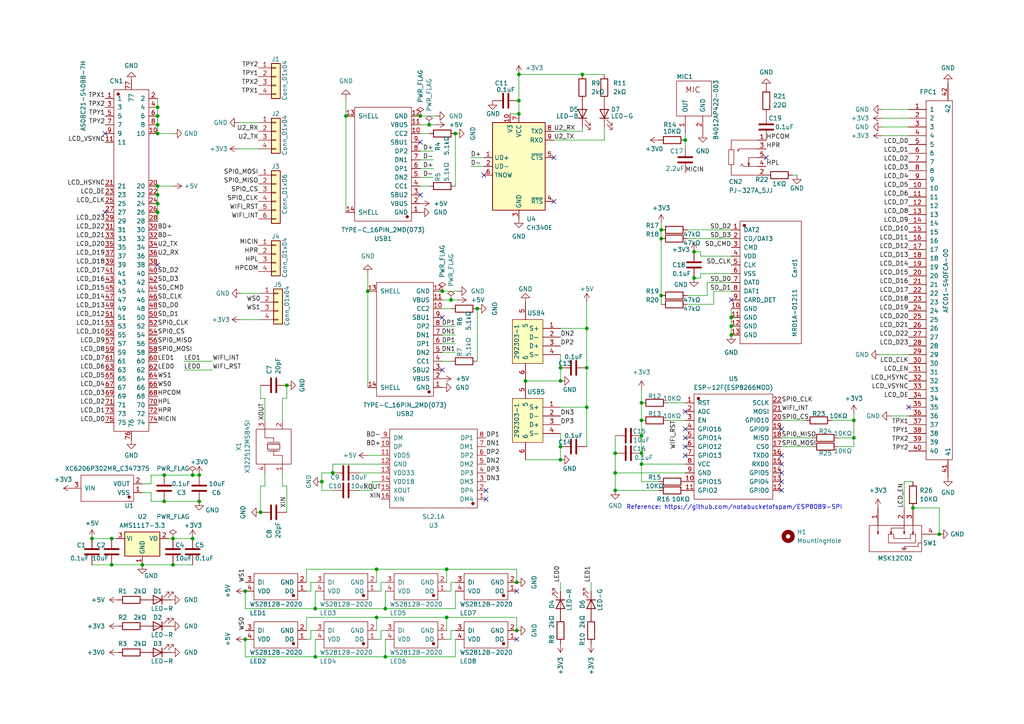
<source format=kicad_sch>
(kicad_sch (version 20230121) (generator eeschema)
  (paper "A4")
  (junction (at 178.435 131.445))
  (junction (at 91.44 190.5))
  (junction (at 109.22 165.1))
  (junction (at 32.385 156.21))
  (junction (at 45.72 33.655))
  (junction (at 96.52 137.16))
  (junction (at 212.09 94.615))
  (junction (at 121.92 33.655))
  (junction (at 130.81 86.995))
  (junction (at 178.435 137.16))
  (junction (at 41.275 163.83))
  (junction (at 111.76 176.53))
  (junction (at 50.165 163.83))
  (junction (at 162.56 129.54))
  (junction (at 100.33 33.655))
  (junction (at 247.65 121.92))
  (junction (at 55.88 156.21))
  (junction (at 212.09 92.075))
  (junction (at 83.185 111.76))
  (junction (at 57.785 145.415))
  (junction (at 128.27 84.455))
  (junction (at 168.91 21.59))
  (junction (at 57.785 137.795))
  (junction (at 201.295 73.025))
  (junction (at 150.495 29.21))
  (junction (at 32.385 163.83))
  (junction (at 55.88 137.795))
  (junction (at 111.76 190.5))
  (junction (at 170.18 95.25))
  (junction (at 149.86 168.91))
  (junction (at 186.055 134.62))
  (junction (at 162.56 110.49))
  (junction (at 91.44 176.53))
  (junction (at 75.565 148.59))
  (junction (at 191.77 66.675))
  (junction (at 186.055 121.92))
  (junction (at 129.54 165.1))
  (junction (at 45.72 56.515))
  (junction (at 212.09 97.155))
  (junction (at 26.67 156.21))
  (junction (at 178.435 142.24))
  (junction (at 247.65 127))
  (junction (at 45.72 61.595))
  (junction (at 132.08 38.735))
  (junction (at 45.72 31.115))
  (junction (at 45.72 59.055))
  (junction (at 106.68 84.455))
  (junction (at 162.56 106.68))
  (junction (at 198.755 40.64))
  (junction (at 272.415 154.94))
  (junction (at 170.18 106.68))
  (junction (at 45.72 53.975))
  (junction (at 264.795 147.32))
  (junction (at 50.165 156.21))
  (junction (at 150.495 33.02))
  (junction (at 150.495 21.59))
  (junction (at 124.46 36.195))
  (junction (at 186.055 126.365))
  (junction (at 47.625 145.415))
  (junction (at 162.56 133.35))
  (junction (at 45.72 38.735))
  (junction (at 191.77 69.215))
  (junction (at 109.22 179.07))
  (junction (at 138.43 89.535))
  (junction (at 170.18 118.11))
  (junction (at 149.86 182.88))
  (junction (at 186.055 116.84))
  (junction (at 71.12 185.42))
  (junction (at 71.12 171.45))
  (junction (at 47.625 137.795))
  (junction (at 129.54 179.07))
  (junction (at 201.295 80.645))
  (junction (at 93.345 139.7))
  (junction (at 186.055 131.445))
  (junction (at 152.4 110.49))
  (junction (at 45.72 36.195))
  (junction (at 191.77 85.725))
  (no_connect (at 226.695 142.24))
  (no_connect (at 140.97 142.24))
  (no_connect (at 30.48 38.735))
  (no_connect (at 121.92 56.515))
  (no_connect (at 226.695 132.08))
  (no_connect (at 212.09 86.995))
  (no_connect (at 226.695 137.16))
  (no_connect (at 263.525 118.11))
  (no_connect (at 149.86 171.45))
  (no_connect (at 198.755 129.54))
  (no_connect (at 160.655 45.72))
  (no_connect (at 121.92 41.275))
  (no_connect (at 226.695 134.62))
  (no_connect (at 198.755 132.08))
  (no_connect (at 149.86 185.42))
  (no_connect (at 222.25 45.72))
  (no_connect (at 140.97 144.78))
  (no_connect (at 226.695 124.46))
  (no_connect (at 128.27 107.315))
  (no_connect (at 140.335 50.8))
  (no_connect (at 226.695 139.7))
  (no_connect (at 198.755 119.38))
  (no_connect (at 198.755 127))
  (no_connect (at 128.27 92.075))
  (no_connect (at 198.755 124.46))
  (no_connect (at 160.655 58.42))
  (no_connect (at 30.48 61.595))
  (no_connect (at 45.72 76.835))
  (wire (pts (xy 129.54 185.42) (xy 130.81 185.42)))
  (wire (pts (xy 199.39 66.675) (xy 212.09 66.675)))
  (wire (pts (xy 132.08 99.695) (xy 128.27 99.695)))
  (wire (pts (xy 111.76 176.53) (xy 111.76 171.45)))
  (wire (pts (xy 124.46 36.195) (xy 121.92 36.195)))
  (wire (pts (xy 43.815 137.795) (xy 47.625 137.795)))
  (wire (pts (xy 130.81 171.45) (xy 130.81 168.91)))
  (wire (pts (xy 45.72 33.655) (xy 45.72 31.115)))
  (wire (pts (xy 53.34 107.315) (xy 61.595 107.315)))
  (wire (pts (xy 162.56 168.91) (xy 162.56 171.45)))
  (wire (pts (xy 226.695 129.54) (xy 235.585 129.54)))
  (wire (pts (xy 130.81 168.91) (xy 132.08 168.91)))
  (wire (pts (xy 191.77 64.77) (xy 191.77 66.675)))
  (wire (pts (xy 76.835 140.97) (xy 75.565 140.97)))
  (wire (pts (xy 136.525 48.26) (xy 140.335 48.26)))
  (wire (pts (xy 45.72 36.195) (xy 45.72 33.655)))
  (wire (pts (xy 45.72 31.115) (xy 45.72 28.575)))
  (wire (pts (xy 71.12 190.5) (xy 91.44 190.5)))
  (wire (pts (xy 91.44 176.53) (xy 91.44 171.45)))
  (wire (pts (xy 129.54 179.07) (xy 129.54 182.88)))
  (wire (pts (xy 170.18 118.11) (xy 170.18 129.54)))
  (wire (pts (xy 81.915 115.57) (xy 83.185 115.57)))
  (wire (pts (xy 147.955 33.02) (xy 150.495 33.02)))
  (wire (pts (xy 162.56 106.68) (xy 162.56 110.49)))
  (wire (pts (xy 138.43 104.775) (xy 138.43 89.535)))
  (wire (pts (xy 149.86 182.88) (xy 149.86 179.07)))
  (wire (pts (xy 129.54 165.1) (xy 129.54 168.91)))
  (wire (pts (xy 130.81 182.88) (xy 132.08 182.88)))
  (wire (pts (xy 83.185 115.57) (xy 83.185 111.76)))
  (wire (pts (xy 207.01 88.265) (xy 199.39 88.265)))
  (wire (pts (xy 186.055 131.445) (xy 186.055 126.365)))
  (wire (pts (xy 150.495 21.59) (xy 150.495 29.21)))
  (wire (pts (xy 76.835 137.16) (xy 76.835 140.97)))
  (wire (pts (xy 212.09 79.375) (xy 203.2 79.375)))
  (wire (pts (xy 45.72 38.735) (xy 45.72 36.195)))
  (wire (pts (xy 71.12 171.45) (xy 71.12 176.53)))
  (wire (pts (xy 91.44 176.53) (xy 111.76 176.53)))
  (wire (pts (xy 198.755 134.62) (xy 186.055 134.62)))
  (wire (pts (xy 186.055 139.7) (xy 186.055 134.62)))
  (wire (pts (xy 47.625 145.415) (xy 57.785 145.415)))
  (wire (pts (xy 43.815 145.415) (xy 47.625 145.415)))
  (wire (pts (xy 121.92 38.735) (xy 124.46 38.735)))
  (wire (pts (xy 207.01 84.455) (xy 207.01 88.265)))
  (wire (pts (xy 130.81 86.995) (xy 128.27 86.995)))
  (wire (pts (xy 191.77 69.215) (xy 191.77 85.725)))
  (wire (pts (xy 205.105 85.725) (xy 205.105 81.915)))
  (wire (pts (xy 255.905 36.83) (xy 263.525 36.83)))
  (wire (pts (xy 191.135 139.7) (xy 186.055 139.7)))
  (wire (pts (xy 88.9 179.07) (xy 88.9 182.88)))
  (wire (pts (xy 199.39 85.725) (xy 205.105 85.725)))
  (wire (pts (xy 262.255 139.7) (xy 264.795 139.7)))
  (wire (pts (xy 106.68 112.395) (xy 106.68 84.455)))
  (wire (pts (xy 272.415 154.94) (xy 272.415 147.32)))
  (wire (pts (xy 90.17 168.91) (xy 91.44 168.91)))
  (wire (pts (xy 125.73 48.895) (xy 121.92 48.895)))
  (wire (pts (xy 199.39 69.215) (xy 212.09 69.215)))
  (wire (pts (xy 50.165 38.735) (xy 45.72 38.735)))
  (wire (pts (xy 45.72 61.595) (xy 45.72 59.055)))
  (wire (pts (xy 125.73 43.815) (xy 121.92 43.815)))
  (wire (pts (xy 198.755 40.64) (xy 198.755 42.545)))
  (wire (pts (xy 203.2 73.025) (xy 201.295 73.025)))
  (wire (pts (xy 69.85 92.71) (xy 75.565 92.71)))
  (wire (pts (xy 41.275 163.83) (xy 50.165 163.83)))
  (wire (pts (xy 69.85 85.09) (xy 75.565 85.09)))
  (wire (pts (xy 107.95 142.24) (xy 104.14 142.24)))
  (wire (pts (xy 186.055 113.03) (xy 186.055 116.84)))
  (wire (pts (xy 178.435 142.24) (xy 178.435 137.16)))
  (wire (pts (xy 212.09 94.615) (xy 212.09 97.155)))
  (wire (pts (xy 121.92 53.975) (xy 124.46 53.975)))
  (wire (pts (xy 91.44 190.5) (xy 111.76 190.5)))
  (wire (pts (xy 100.33 33.655) (xy 100.33 28.575)))
  (wire (pts (xy 110.49 134.62) (xy 96.52 134.62)))
  (wire (pts (xy 132.08 190.5) (xy 132.08 185.42)))
  (wire (pts (xy 186.055 126.365) (xy 186.055 121.92)))
  (wire (pts (xy 110.49 185.42) (xy 110.49 182.88)))
  (wire (pts (xy 247.65 127) (xy 247.65 129.54)))
  (wire (pts (xy 203.2 79.375) (xy 203.2 80.645)))
  (wire (pts (xy 106.68 84.455) (xy 106.68 79.375)))
  (wire (pts (xy 41.275 142.875) (xy 43.815 142.875)))
  (wire (pts (xy 243.205 127) (xy 247.65 127)))
  (wire (pts (xy 96.52 137.16) (xy 93.345 137.16)))
  (wire (pts (xy 205.105 81.915) (xy 212.09 81.915)))
  (wire (pts (xy 191.135 142.24) (xy 178.435 142.24)))
  (wire (pts (xy 81.915 121.92) (xy 81.915 115.57)))
  (wire (pts (xy 43.815 140.335) (xy 43.815 137.795)))
  (wire (pts (xy 193.675 116.84) (xy 198.755 116.84)))
  (wire (pts (xy 110.49 182.88) (xy 111.76 182.88)))
  (wire (pts (xy 132.08 102.235) (xy 128.27 102.235)))
  (wire (pts (xy 226.695 121.92) (xy 233.68 121.92)))
  (wire (pts (xy 170.18 87.63) (xy 170.18 95.25)))
  (wire (pts (xy 107.95 139.7) (xy 107.95 142.24)))
  (wire (pts (xy 26.67 163.83) (xy 32.385 163.83)))
  (wire (pts (xy 162.56 125.73) (xy 162.56 129.54)))
  (wire (pts (xy 186.055 134.62) (xy 186.055 131.445)))
  (wire (pts (xy 109.22 185.42) (xy 110.49 185.42)))
  (wire (pts (xy 255.905 31.75) (xy 263.525 31.75)))
  (wire (pts (xy 125.73 51.435) (xy 121.92 51.435)))
  (wire (pts (xy 109.22 165.1) (xy 109.22 168.91)))
  (wire (pts (xy 255.905 34.29) (xy 263.525 34.29)))
  (wire (pts (xy 109.22 165.1) (xy 88.9 165.1)))
  (wire (pts (xy 162.56 129.54) (xy 162.56 133.35)))
  (wire (pts (xy 198.755 38.735) (xy 198.755 40.64)))
  (wire (pts (xy 71.12 176.53) (xy 91.44 176.53)))
  (wire (pts (xy 160.655 38.1) (xy 168.91 38.1)))
  (wire (pts (xy 81.915 140.97) (xy 81.915 137.16)))
  (wire (pts (xy 203.2 80.645) (xy 201.295 80.645)))
  (wire (pts (xy 149.86 168.91) (xy 149.86 165.1)))
  (wire (pts (xy 45.72 59.055) (xy 45.72 56.515)))
  (wire (pts (xy 132.08 176.53) (xy 132.08 171.45)))
  (wire (pts (xy 90.17 182.88) (xy 91.44 182.88)))
  (wire (pts (xy 212.09 89.535) (xy 212.09 92.075)))
  (wire (pts (xy 76.835 121.92) (xy 76.835 115.57)))
  (wire (pts (xy 76.835 115.57) (xy 75.565 115.57)))
  (wire (pts (xy 109.22 179.07) (xy 88.9 179.07)))
  (wire (pts (xy 191.77 85.725) (xy 191.77 88.265)))
  (wire (pts (xy 47.625 137.795) (xy 55.88 137.795)))
  (wire (pts (xy 247.65 129.54) (xy 243.205 129.54)))
  (wire (pts (xy 162.56 110.49) (xy 152.4 110.49)))
  (wire (pts (xy 90.17 185.42) (xy 90.17 182.88)))
  (wire (pts (xy 41.275 140.335) (xy 43.815 140.335)))
  (wire (pts (xy 111.76 190.5) (xy 132.08 190.5)))
  (wire (pts (xy 32.385 163.83) (xy 41.275 163.83)))
  (wire (pts (xy 136.525 45.72) (xy 140.335 45.72)))
  (wire (pts (xy 110.49 139.7) (xy 107.95 139.7)))
  (wire (pts (xy 170.18 106.68) (xy 170.18 95.25)))
  (wire (pts (xy 96.52 137.16) (xy 96.52 134.62)))
  (wire (pts (xy 110.49 171.45) (xy 110.49 168.91)))
  (wire (pts (xy 255.27 102.87) (xy 263.525 102.87)))
  (wire (pts (xy 178.435 131.445) (xy 178.435 126.365)))
  (wire (pts (xy 247.65 121.92) (xy 247.65 127)))
  (wire (pts (xy 203.2 74.295) (xy 203.2 73.025)))
  (wire (pts (xy 170.18 118.11) (xy 170.18 106.68)))
  (wire (pts (xy 126.365 36.195) (xy 124.46 36.195)))
  (wire (pts (xy 132.08 97.155) (xy 128.27 97.155)))
  (wire (pts (xy 53.34 104.775) (xy 61.595 104.775)))
  (wire (pts (xy 96.52 142.24) (xy 93.345 142.24)))
  (wire (pts (xy 50.165 156.21) (xy 55.88 156.21)))
  (wire (pts (xy 130.81 185.42) (xy 130.81 182.88)))
  (wire (pts (xy 262.255 147.32) (xy 262.255 139.7)))
  (wire (pts (xy 128.27 104.775) (xy 130.81 104.775)))
  (wire (pts (xy 162.56 102.87) (xy 162.56 106.68)))
  (wire (pts (xy 128.27 89.535) (xy 130.81 89.535)))
  (wire (pts (xy 93.345 142.24) (xy 93.345 139.7)))
  (wire (pts (xy 32.385 156.21) (xy 33.655 156.21)))
  (wire (pts (xy 162.56 118.11) (xy 170.18 118.11)))
  (wire (pts (xy 132.715 86.995) (xy 130.81 86.995)))
  (wire (pts (xy 55.88 137.795) (xy 57.785 137.795)))
  (wire (pts (xy 111.76 190.5) (xy 111.76 185.42)))
  (wire (pts (xy 90.17 171.45) (xy 90.17 168.91)))
  (wire (pts (xy 258.445 120.65) (xy 263.525 120.65)))
  (wire (pts (xy 110.49 132.08) (xy 106.68 132.08)))
  (wire (pts (xy 93.345 137.16) (xy 93.345 139.7)))
  (wire (pts (xy 26.67 156.21) (xy 32.385 156.21)))
  (wire (pts (xy 75.565 140.97) (xy 75.565 148.59)))
  (wire (pts (xy 50.165 163.83) (xy 55.88 163.83)))
  (wire (pts (xy 45.72 64.135) (xy 45.72 61.595)))
  (wire (pts (xy 69.215 35.56) (xy 74.93 35.56)))
  (wire (pts (xy 226.695 127) (xy 235.585 127)))
  (wire (pts (xy 129.54 179.07) (xy 109.22 179.07)))
  (wire (pts (xy 83.185 148.59) (xy 83.185 140.97)))
  (wire (pts (xy 88.9 171.45) (xy 90.17 171.45)))
  (wire (pts (xy 178.435 137.16) (xy 178.435 131.445)))
  (wire (pts (xy 162.56 133.35) (xy 152.4 133.35)))
  (wire (pts (xy 170.18 95.25) (xy 162.56 95.25)))
  (wire (pts (xy 45.72 56.515) (xy 45.72 53.975)))
  (wire (pts (xy 45.72 53.975) (xy 50.165 53.975)))
  (wire (pts (xy 71.12 185.42) (xy 71.12 190.5)))
  (wire (pts (xy 175.26 21.59) (xy 168.91 21.59)))
  (wire (pts (xy 168.91 21.59) (xy 150.495 21.59)))
  (wire (pts (xy 43.815 142.875) (xy 43.815 145.415)))
  (wire (pts (xy 241.3 121.92) (xy 247.65 121.92)))
  (wire (pts (xy 109.22 179.07) (xy 109.22 182.88)))
  (wire (pts (xy 255.905 39.37) (xy 263.525 39.37)))
  (wire (pts (xy 212.09 74.295) (xy 203.2 74.295)))
  (wire (pts (xy 168.91 38.1) (xy 168.91 36.83)))
  (wire (pts (xy 150.495 29.21) (xy 150.495 33.02)))
  (wire (pts (xy 100.33 61.595) (xy 100.33 33.655)))
  (wire (pts (xy 111.76 176.53) (xy 132.08 176.53)))
  (wire (pts (xy 186.055 116.84) (xy 186.055 121.92)))
  (wire (pts (xy 191.77 66.675) (xy 191.77 69.215)))
  (wire (pts (xy 247.65 121.92) (xy 247.65 120.015)))
  (wire (pts (xy 193.675 121.92) (xy 198.755 121.92)))
  (wire (pts (xy 126.365 33.655) (xy 121.92 33.655)))
  (wire (pts (xy 88.9 185.42) (xy 90.17 185.42)))
  (wire (pts (xy 198.755 137.16) (xy 178.435 137.16)))
  (wire (pts (xy 83.185 140.97) (xy 81.915 140.97)))
  (wire (pts (xy 175.26 40.64) (xy 175.26 36.83)))
  (wire (pts (xy 91.44 190.5) (xy 91.44 185.42)))
  (wire (pts (xy 171.45 168.91) (xy 171.45 171.45)))
  (wire (pts (xy 110.49 137.16) (xy 104.14 137.16)))
  (wire (pts (xy 129.54 171.45) (xy 130.81 171.45)))
  (wire (pts (xy 132.08 94.615) (xy 128.27 94.615)))
  (wire (pts (xy 212.09 84.455) (xy 207.01 84.455)))
  (wire (pts (xy 109.22 171.45) (xy 110.49 171.45)))
  (wire (pts (xy 69.215 43.18) (xy 74.93 43.18)))
  (wire (pts (xy 231.14 50.8) (xy 229.87 50.8)))
  (wire (pts (xy 110.49 168.91) (xy 111.76 168.91)))
  (wire (pts (xy 48.895 156.21) (xy 50.165 156.21)))
  (wire (pts (xy 132.08 53.975) (xy 132.08 38.735)))
  (wire (pts (xy 160.655 40.64) (xy 175.26 40.64)))
  (wire (pts (xy 149.86 179.07) (xy 129.54 179.07)))
  (wire (pts (xy 88.9 165.1) (xy 88.9 168.91)))
  (wire (pts (xy 129.54 165.1) (xy 109.22 165.1)))
  (wire (pts (xy 149.86 165.1) (xy 129.54 165.1)))
  (wire (pts (xy 75.565 115.57) (xy 75.565 111.76)))
  (wire (pts (xy 272.415 147.32) (xy 264.795 147.32)))
  (wire (pts (xy 125.73 46.355) (xy 121.92 46.355)))
  (wire (pts (xy 212.09 92.075) (xy 212.09 94.615)))
  (wire (pts (xy 132.715 84.455) (xy 128.27 84.455)))
  (text "Reference: https://github.com/notabucketofspam/ESP8089-SPI" (at 181.61 147.955 0) (effects (font (size 1.27 1.27)) (justify left bottom)))
  (label "LED0" (at 162.56 168.91 90))
  (label "LCD_D21" (at 263.525 95.25 180))
  (label "TPY1" (at 30.48 33.655 180))
  (label "U2_RX" (at 74.93 38.1 180))
  (label "LED1" (at 45.72 104.775 0))
  (label "WS0" (at 75.565 87.63 180))
  (label "WIFI_RST" (at 196.215 121.92 270))
  (label "LCD_D14" (at 263.525 77.47 180))
  (label "DN2" (at 140.97 134.62 0))
  (label "LCD_CLK" (at 263.525 105.41 180))
  (label "LCD_D20" (at 30.48 71.755 180))
  (label "LCD_D17" (at 263.525 85.09 180))
  (label "DP3" (at 162.56 123.19 0))
  (label "DN1" (at 140.97 129.54 0))
  (label "LCD_D23" (at 263.525 100.33 180))
  (label "TPX1" (at 74.93 27.305 180))
  (label "DP1" (at 132.08 94.615 180))
  (label "WIFI_INT" (at 226.695 119.38 0))
  (label "TPX1" (at 30.48 28.575 180))
  (label "TPY2" (at 263.525 130.81 180))
  (label "XIN" (at 83.185 147.32 90))
  (label "WIFI_RST" (at 74.93 60.96 180))
  (label "LCD_D7" (at 263.525 59.69 180))
  (label "SPI0_CLK" (at 226.695 116.84 0))
  (label "LCD_D20" (at 263.525 92.71 180))
  (label "LCD_D6" (at 30.48 107.315 180))
  (label "LCD_D14" (at 30.48 86.995 180))
  (label "LCD_D16" (at 30.48 81.915 180))
  (label "LCD_DE" (at 263.525 115.57 180))
  (label "LCD_D22" (at 263.525 97.79 180))
  (label "LCD_D17" (at 30.48 79.375 180))
  (label "LCD_D8" (at 263.525 62.23 180))
  (label "LCD_D19" (at 30.48 74.295 180))
  (label "SPI0_MISO" (at 45.72 99.695 0))
  (label "SPI0_CS" (at 226.695 121.92 0))
  (label "LED1" (at 171.45 168.91 90))
  (label "LCD_D12" (at 30.48 92.075 180))
  (label "LCD_D12" (at 263.525 72.39 180))
  (label "SPI0_CS" (at 74.93 55.88 180))
  (label "SD_CMD" (at 45.72 84.455 0))
  (label "LCD_D19" (at 263.525 90.17 180))
  (label "WS0" (at 45.72 112.395 0))
  (label "LCD_D9" (at 263.525 64.77 180))
  (label "WIFI_INT" (at 61.595 104.775 0))
  (label "SPI0_MOSI" (at 74.93 50.8 180))
  (label "U2_TX" (at 160.655 40.64 0))
  (label "LCD_D10" (at 263.525 67.31 180))
  (label "LCD_D18" (at 263.525 87.63 180))
  (label "DP2" (at 162.56 100.33 0))
  (label "D-" (at 125.73 51.435 180))
  (label "XIN" (at 110.49 144.78 180))
  (label "LED0" (at 45.72 107.315 0))
  (label "SD_CLK" (at 212.09 76.835 180))
  (label "LCD_D0" (at 30.48 122.555 180))
  (label "TPX2" (at 30.48 31.115 180))
  (label "WS1" (at 75.565 90.17 180))
  (label "SPI0_MOSI" (at 226.695 129.54 0))
  (label "TPX2" (at 263.525 128.27 180))
  (label "SD_D2" (at 212.09 66.675 180))
  (label "LCD_D3" (at 30.48 114.935 180))
  (label "LCD_D9" (at 30.48 99.695 180))
  (label "LCD_D22" (at 30.48 66.675 180))
  (label "HPR" (at 74.93 73.66 180))
  (label "LCD_DE" (at 30.48 56.515 180))
  (label "DP1" (at 140.97 127 0))
  (label "LCD_D15" (at 263.525 80.01 180))
  (label "SPI0_MISO" (at 74.93 53.34 180))
  (label "LCD_D18" (at 30.48 76.835 180))
  (label "LCD_CLK" (at 30.48 59.055 180))
  (label "LCD_HSYNC" (at 263.525 110.49 180))
  (label "U2_RX" (at 160.655 38.1 0))
  (label "DN1" (at 132.08 102.235 180))
  (label "XOUT" (at 76.835 121.92 90))
  (label "D-" (at 136.525 48.26 0))
  (label "LED0" (at 53.34 107.315 0))
  (label "HPCOM" (at 45.72 114.935 0))
  (label "SPI0_CLK" (at 45.72 94.615 0))
  (label "BD-" (at 110.49 127 180))
  (label "DN3" (at 140.97 139.7 0))
  (label "LCD_D6" (at 263.525 57.15 180))
  (label "WS0" (at 71.12 182.88 90))
  (label "LCD_D0" (at 263.525 41.91 180))
  (label "LCD_D10" (at 30.48 97.155 180))
  (label "D+" (at 125.73 48.895 180))
  (label "SD_D1" (at 212.09 84.455 180))
  (label "BD+" (at 110.49 129.54 180))
  (label "WS1" (at 71.12 168.91 90))
  (label "SD_D2" (at 45.72 79.375 0))
  (label "WIFI_RST" (at 61.595 107.315 0))
  (label "LCD_D5" (at 263.525 54.61 180))
  (label "LCD_D11" (at 30.48 94.615 180))
  (label "DN1" (at 132.08 97.155 180))
  (label "D+" (at 136.525 45.72 0))
  (label "WS1" (at 45.72 109.855 0))
  (label "LED1" (at 53.34 104.775 0))
  (label "D+" (at 125.73 43.815 180))
  (label "TPX1" (at 263.525 123.19 180))
  (label "HPL" (at 74.93 76.2 180))
  (label "DP3" (at 140.97 137.16 0))
  (label "U2_RX" (at 45.72 74.295 0))
  (label "TPY2" (at 74.93 19.685 180))
  (label "XOUT" (at 110.49 142.24 180))
  (label "LCD_EN" (at 263.525 107.95 180))
  (label "LCD_D4" (at 30.48 112.395 180))
  (label "MICIN" (at 74.93 71.12 180))
  (label "TPY1" (at 74.93 22.225 180))
  (label "LCD_EN" (at 262.255 147.32 90))
  (label "LCD_VSYNC" (at 30.48 41.275 180))
  (label "LCD_D15" (at 30.48 84.455 180))
  (label "DN2" (at 162.56 97.79 0))
  (label "WIFI_INT" (at 74.93 63.5 180))
  (label "TPX2" (at 74.93 24.765 180))
  (label "SPI0_CS" (at 45.72 97.155 0))
  (label "SD_CLK" (at 45.72 86.995 0))
  (label "LCD_D2" (at 30.48 117.475 180))
  (label "SPI0_CLK" (at 74.93 58.42 180))
  (label "SD_D3" (at 45.72 81.915 0))
  (label "LCD_D2" (at 263.525 46.99 180))
  (label "LCD_D4" (at 263.525 52.07 180))
  (label "SD_D1" (at 45.72 92.075 0))
  (label "HPL" (at 45.72 117.475 0))
  (label "LCD_D7" (at 30.48 104.775 180))
  (label "LCD_D3" (at 263.525 49.53 180))
  (label "HPR" (at 222.25 43.18 0))
  (label "LCD_VSYNC" (at 263.525 113.03 180))
  (label "BD-" (at 45.72 69.215 0))
  (label "SD_D0" (at 212.09 81.915 180))
  (label "LCD_D13" (at 263.525 74.93 180))
  (label "HPCOM" (at 222.25 40.64 0))
  (label "LCD_D1" (at 263.525 44.45 180))
  (label "LCD_HSYNC" (at 30.48 53.975 180))
  (label "DN3" (at 162.56 120.65 0))
  (label "SPI0_MOSI" (at 45.72 102.235 0))
  (label "D-" (at 125.73 46.355 180))
  (label "U2_TX" (at 45.72 71.755 0))
  (label "LCD_D21" (at 30.48 69.215 180))
  (label "MICIN" (at 45.72 122.555 0))
  (label "HPL" (at 222.25 48.26 0))
  (label "TPY1" (at 263.525 125.73 180))
  (label "LCD_D16" (at 263.525 82.55 180))
  (label "TPY2" (at 30.48 36.195 180))
  (label "LCD_D5" (at 30.48 109.855 180))
  (label "DP2" (at 140.97 132.08 0))
  (label "U2_TX" (at 74.93 40.64 180))
  (label "LCD_D8" (at 30.48 102.235 180))
  (label "HPCOM" (at 74.93 78.74 180))
  (label "SPI0_MISO" (at 226.695 127 0))
  (label "LCD_D23" (at 30.48 64.135 180))
  (label "MICIN" (at 198.755 50.165 0))
  (label "SD_D0" (at 45.72 89.535 0))
  (label "BD+" (at 45.72 66.675 0))
  (label "DP1" (at 132.08 99.695 180))
  (label "LCD_D1" (at 30.48 120.015 180))
  (label "LCD_D13" (at 30.48 89.535 180))
  (label "LCD_D11" (at 263.525 69.85 180))
  (label "HPR" (at 45.72 120.015 0))
  (label "SD_D3" (at 212.09 69.215 180))
  (label "SD_CMD" (at 212.09 71.755 180))
  (symbol (lib_id "Device:C") (at 26.67 160.02 0) (unit 1)
    (property "Reference" "C1" (at 22.225 158.115 0) (effects (justify left)))
    (property "Value" "0.1uF" (at 20.32 161.925 0) (effects (justify left)))
    (property "Footprint" "Capacitor_SMD:C_0603_1608Metric_Pad1.08x0.95mm_HandSolder" (effects hide))
  )
  (symbol (lib_id "kicad_lceda:SL2.1A") (at 125.73 135.89 180) (unit 1)
    (property "Reference" "U3" (at 125.73 152.4 0))
    (property "Value" "SL2.1A" (at 125.73 149.86 0))
    (property "Footprint" "kicad_lceda:SOP-16_L10.0-W3.9-P1.27-LS6.0-BL" (effects hide))
    (property "SuppliersPartNumber" "C192893" (effects hide))
    (property "uuid" "std:0b584390dd864e73b6888beac22117c2" (effects hide))
    (property "url" "http://www.szlcsc.com/product/details_225853.html" (effects hide))
  )
  (symbol (lib_id "power:GND") (at 50.165 38.735 90) (unit 1)
    (property "Reference" "#PWR011" (effects hide))
    (property "Value" "GND" (at 53.34 38.735 90) (effects (justify right)))
  )
  (symbol (lib_id "power:PWR_FLAG") (at 121.92 33.655 0) (unit 1)
    (property "Reference" "#FLG02" (effects hide))
    (property "Value" "PWR_FLAG" (at 121.92 29.845 90) (effects (justify left)))
  )
  (symbol (lib_id "power:+3V3") (at 255.905 34.29 90) (unit 1)
    (property "Reference" "#PWR063" (effects hide))
    (property "Value" "+3V3" (at 252.095 34.29 90) (effects (justify left)))
  )
  (symbol (lib_id "Device:R") (at 264.795 143.51 0) (unit 1)
    (property "Reference" "R26" (at 266.7 142.24 0) (effects (justify left)))
    (property "Value" "10KΩ" (at 266.7 144.78 0) (effects (justify left)))
    (property "Footprint" "Resistor_SMD:R_0603_1608Metric_Pad0.98x0.95mm_HandSolder" (effects hide))
  )
  (symbol (lib_id "kicad_lceda:WS2812B-2020") (at 100.33 170.18 180) (unit 1)
    (property "Reference" "LED3" (at 92.71 177.8 0) (effects (justify right)))
    (property "Value" "WS2812B-2020" (at 92.71 175.26 0) (effects (justify right)))
    (property "Footprint" "kicad_lceda:LED-SMD_4P-L2.0-W2.0-TL_WS2812B-2020" (effects hide))
    (property "Datasheet" "http://www.szlcsc.com/product/details_1051115.html" (effects hide))
    (property "SuppliersPartNumber" "C965555" (effects hide))
    (property "uuid" "std:371a8ce38f9c42cbb1d0f093fe8eaedf" (effects hide))
  )
  (symbol (lib_id "Connector_Generic:Conn_01x04") (at 80.645 87.63 0) (unit 1)
    (property "Reference" "J5" (at 79.375 82.55 0) (effects (justify left)))
    (property "Value" "Conn_01x04" (at 83.185 94.615 90) (effects (justify left)))
    (property "Footprint" "Connector_PinHeader_2.54mm:PinHeader_1x04_P2.54mm_Vertical" (effects hide))
  )
  (symbol (lib_id "Device:C") (at 146.685 29.21 90) (unit 1)
    (property "Reference" "C11" (at 145.415 24.13 90))
    (property "Value" "0.1uF" (at 146.685 26.035 90))
    (property "Footprint" "Capacitor_SMD:C_0603_1608Metric_Pad1.08x0.95mm_HandSolder" (effects hide))
  )
  (symbol (lib_id "power:GND") (at 75.565 148.59 270) (unit 1)
    (property "Reference" "#PWR021" (effects hide))
    (property "Value" "GND" (at 70.485 148.59 0))
  )
  (symbol (lib_id "Device:LED") (at 45.72 181.61 180) (unit 1)
    (property "Reference" "D2" (at 45.72 179.07 0))
    (property "Value" "LED-R" (at 46.99 184.15 0))
    (property "Footprint" "LED_SMD:LED_0603_1608Metric_Pad1.05x0.95mm_HandSolder" (effects hide))
  )
  (symbol (lib_id "Device:R") (at 38.1 173.99 90) (unit 1)
    (property "Reference" "R1" (at 35.56 171.45 90))
    (property "Value" "2kΩ" (at 40.64 171.45 90))
    (property "Footprint" "Resistor_SMD:R_0603_1608Metric_Pad0.98x0.95mm_HandSolder" (effects hide))
  )
  (symbol (lib_id "Device:LED") (at 162.56 175.26 270) (unit 1)
    (property "Reference" "D4" (at 160.02 175.26 0))
    (property "Value" "LED-R" (at 165.1 173.99 0))
    (property "Footprint" "LED_SMD:LED_0603_1608Metric_Pad1.05x0.95mm_HandSolder" (effects hide))
  )
  (symbol (lib_id "power:+3V3") (at 186.055 113.03 0) (mirror y) (unit 1)
    (property "Reference" "#PWR050" (effects hide))
    (property "Value" "+3V3" (at 186.055 107.95 0))
  )
  (symbol (lib_id "power:GND") (at 128.27 112.395 90) (unit 1)
    (property "Reference" "#PWR032" (effects hide))
    (property "Value" "GND" (at 132.08 112.395 90) (effects (justify right)))
  )
  (symbol (lib_id "power:+5V") (at 71.12 171.45 90) (unit 1)
    (property "Reference" "#PWR019" (effects hide))
    (property "Value" "+5V" (at 66.04 171.45 0))
  )
  (symbol (lib_id "kicad_lceda:WS2812B-2020") (at 140.97 170.18 180) (unit 1)
    (property "Reference" "LED7" (at 133.35 177.8 0) (effects (justify right)))
    (property "Value" "WS2812B-2020" (at 133.35 175.26 0) (effects (justify right)))
    (property "Footprint" "kicad_lceda:LED-SMD_4P-L2.0-W2.0-TL_WS2812B-2020" (effects hide))
    (property "Datasheet" "http://www.szlcsc.com/product/details_1051115.html" (effects hide))
    (property "SuppliersPartNumber" "C965555" (effects hide))
    (property "uuid" "std:371a8ce38f9c42cbb1d0f093fe8eaedf" (effects hide))
  )
  (symbol (lib_id "power:+3V3") (at 171.45 186.69 180) (unit 1)
    (property "Reference" "#PWR048" (effects hide))
    (property "Value" "+3V3" (at 171.45 190.5 90) (effects (justify left)))
  )
  (symbol (lib_id "power:PWR_FLAG") (at 55.88 137.795 0) (unit 1)
    (property "Reference" "#FLG01" (effects hide))
    (property "Value" "PWR_FLAG" (at 50.165 135.89 0))
  )
  (symbol (lib_id "Device:R") (at 134.62 89.535 90) (unit 1)
    (property "Reference" "R6" (at 133.35 94.615 0) (effects (justify left)))
    (property "Value" "5.1kΩ" (at 135.89 95.885 0) (effects (justify left)))
    (property "Footprint" "Resistor_SMD:R_0603_1608Metric_Pad0.98x0.95mm_HandSolder" (effects hide))
  )
  (symbol (lib_id "power:+5V") (at 132.715 86.995 270) (unit 1)
    (property "Reference" "#PWR035" (effects hide))
    (property "Value" "+5V" (at 136.525 86.995 90) (effects (justify left)))
  )
  (symbol (lib_id "kicad_lceda:AS0BC21-S40BB-7H") (at 38.1 76.835 0) (unit 1)
    (property "Reference" "CN1" (at 31.75 23.495 0) (effects (justify left)))
    (property "Value" "AS0BC21-S40BB-7H" (at 24.13 38.1 90) (effects (justify left)))
    (property "Footprint" "kicad_lceda:CONN-SMD_AS0BC21-S30BB-7H" (effects hide))
    (property "SuppliersPartNumber" "C2761526" (effects hide))
    (property "uuid" "std:db6d40eb4c2441d1a4af1dd66cdbf167" (effects hide))
    (property "url" "https://item.szlcsc.com/2885955.html" (effects hide))
  )
  (symbol (lib_id "kicad_lceda:WS2812B-2020") (at 120.65 170.18 180) (unit 1)
    (property "Reference" "LED5" (at 113.03 177.8 0) (effects (justify right)))
    (property "Value" "WS2812B-2020" (at 113.03 175.26 0) (effects (justify right)))
    (property "Footprint" "kicad_lceda:LED-SMD_4P-L2.0-W2.0-TL_WS2812B-2020" (effects hide))
    (property "Datasheet" "http://www.szlcsc.com/product/details_1051115.html" (effects hide))
    (property "SuppliersPartNumber" "C965555" (effects hide))
    (property "uuid" "std:371a8ce38f9c42cbb1d0f093fe8eaedf" (effects hide))
  )
  (symbol (lib_id "Connector_Generic:Conn_01x04") (at 80.01 73.66 0) (unit 1)
    (property "Reference" "J4" (at 78.74 68.58 0) (effects (justify left)))
    (property "Value" "Conn_01x04" (at 82.55 80.645 90) (effects (justify left)))
    (property "Footprint" "Connector_PinHeader_2.54mm:PinHeader_1x04_P2.54mm_Vertical" (effects hide))
  )
  (symbol (lib_id "Device:R") (at 194.945 139.7 90) (unit 1)
    (property "Reference" "R15" (at 189.865 138.43 90))
    (property "Value" "10KΩ" (at 189.865 140.97 90))
    (property "Footprint" "Resistor_SMD:R_0603_1608Metric_Pad0.98x0.95mm_HandSolder" (effects hide))
  )
  (symbol (lib_id "power:GND") (at 203.835 38.735 0) (unit 1)
    (property "Reference" "#PWR055" (effects hide))
    (property "Value" "GND" (at 203.835 43.815 0))
  )
  (symbol (lib_id "Device:R") (at 239.395 129.54 90) (unit 1)
    (property "Reference" "R25" (at 239.395 131.445 90))
    (property "Value" "10KΩ" (at 244.475 130.81 90))
    (property "Footprint" "Resistor_SMD:R_0603_1608Metric_Pad0.98x0.95mm_HandSolder" (effects hide))
  )
  (symbol (lib_id "power:+3V3") (at 20.955 141.605 90) (unit 1)
    (property "Reference" "#PWR01" (effects hide))
    (property "Value" "+3V3" (at 20.955 139.065 90) (effects (justify left)))
  )
  (symbol (lib_id "kicad_lceda:TYPE-C_16PIN_2MD(073)") (at 116.84 98.425 180) (unit 1)
    (property "Reference" "USB2" (at 117.475 120.015 0))
    (property "Value" "TYPE-C_16PIN_2MD(073)" (at 117.475 117.475 0))
    (property "Footprint" "kicad_lceda:USB-C-SMD_TYPE-C-6PIN-2MD-073" (effects hide))
    (property "SuppliersPartNumber" "C2765186" (effects hide))
    (property "uuid" "std:04b7d8073e854006b41709a96b7a21a9" (effects hide))
  )
  (symbol (lib_id "Device:C") (at 166.37 106.68 90) (unit 1)
    (property "Reference" "C13" (at 163.83 105.41 90))
    (property "Value" "0.1uF" (at 166.37 103.505 90))
    (property "Footprint" "Capacitor_SMD:C_0603_1608Metric_Pad1.08x0.95mm_HandSolder" (effects hide))
  )
  (symbol (lib_id "Device:R") (at 128.27 53.975 90) (unit 1)
    (property "Reference" "R5" (at 127 52.705 0) (effects (justify left)))
    (property "Value" "5.1kΩ" (at 129.54 52.705 0) (effects (justify left)))
    (property "Footprint" "Resistor_SMD:R_0603_1608Metric_Pad0.98x0.95mm_HandSolder" (effects hide))
  )
  (symbol (lib_id "power:GND") (at 274.955 24.13 180) (unit 1)
    (property "Reference" "#PWR067" (effects hide))
    (property "Value" "GND" (at 274.955 19.685 0))
  )
  (symbol (lib_id "kicad_lceda:292303-1") (at 156.21 121.92 0) (unit 1)
    (property "Reference" "USB5" (at 158.115 113.665 0) (effects (justify right)))
    (property "Value" "292303-1" (at 149.86 116.84 90) (effects (justify right)))
    (property "Footprint" "kicad_lceda:USB-A-TH_USB-302-T" (effects hide))
    (property "SuppliersPartNumber" "C86461" (effects hide))
    (property "uuid" "std:329bf95a2f3a0d8da5c42ee46c0c30c0" (effects hide))
    (property "url" "http://www.szlcsc.com/product/details_87638.html" (effects hide))
  )
  (symbol (lib_id "power:+3V3") (at 162.56 186.69 180) (unit 1)
    (property "Reference" "#PWR043" (effects hide))
    (property "Value" "+3V3" (at 162.56 190.5 90) (effects (justify left)))
  )
  (symbol (lib_id "power:GND") (at 93.345 139.7 270) (mirror x) (unit 1)
    (property "Reference" "#PWR023" (effects hide))
    (property "Value" "GND" (at 89.535 139.7 0))
  )
  (symbol (lib_id "power:+3V3") (at 191.77 64.77 0) (unit 1)
    (property "Reference" "#PWR052" (effects hide))
    (property "Value" "+3V3" (at 191.77 60.325 0))
  )
  (symbol (lib_id "power:GND") (at 255.27 102.87 270) (unit 1)
    (property "Reference" "#PWR061" (effects hide))
    (property "Value" "GND" (at 252.095 102.87 90) (effects (justify right)))
  )
  (symbol (lib_id "power:GND") (at 162.56 133.35 90) (unit 1)
    (property "Reference" "#PWR046" (effects hide))
    (property "Value" "GND" (at 163.195 135.89 90) (effects (justify right)))
  )
  (symbol (lib_id "kicad_lceda:WS2812B-2020") (at 140.97 184.15 180) (unit 1)
    (property "Reference" "LED8" (at 133.35 191.77 0) (effects (justify right)))
    (property "Value" "WS2812B-2020" (at 133.35 189.23 0) (effects (justify right)))
    (property "Footprint" "kicad_lceda:LED-SMD_4P-L2.0-W2.0-TL_WS2812B-2020" (effects hide))
    (property "Datasheet" "http://www.szlcsc.com/product/details_1051115.html" (effects hide))
    (property "SuppliersPartNumber" "C965555" (effects hide))
    (property "uuid" "std:371a8ce38f9c42cbb1d0f093fe8eaedf" (effects hide))
  )
  (symbol (lib_id "power:+3V3") (at 150.495 21.59 0) (unit 1)
    (property "Reference" "#PWR040" (effects hide))
    (property "Value" "+3V3" (at 154.94 19.685 0))
  )
  (symbol (lib_id "power:+3V3") (at 34.29 181.61 90) (unit 1)
    (property "Reference" "#PWR03" (effects hide))
    (property "Value" "+3V3" (at 30.48 181.61 90) (effects (justify left)))
  )
  (symbol (lib_id "kicad_lceda:WS2812B-2020") (at 80.01 170.18 180) (unit 1)
    (property "Reference" "LED1" (at 72.39 177.8 0) (effects (justify right)))
    (property "Value" "WS2812B-2020" (at 72.39 175.26 0) (effects (justify right)))
    (property "Footprint" "kicad_lceda:LED-SMD_4P-L2.0-W2.0-TL_WS2812B-2020" (effects hide))
    (property "Datasheet" "http://www.szlcsc.com/product/details_1051115.html" (effects hide))
    (property "SuppliersPartNumber" "C965555" (effects hide))
    (property "uuid" "std:371a8ce38f9c42cbb1d0f093fe8eaedf" (effects hide))
  )
  (symbol (lib_id "Device:C") (at 47.625 141.605 180) (unit 1)
    (property "Reference" "C3" (at 53.975 142.875 0) (effects (justify left)))
    (property "Value" "0.1uF" (at 55.245 140.335 0) (effects (justify left)))
    (property "Footprint" "Capacitor_SMD:C_0603_1608Metric_Pad1.08x0.95mm_HandSolder" (effects hide))
  )
  (symbol (lib_id "Device:R") (at 195.58 69.215 90) (unit 1)
    (property "Reference" "R18" (at 189.23 67.945 90))
    (property "Value" "47kΩ" (at 200.66 70.485 90))
    (property "Footprint" "Resistor_SMD:R_0603_1608Metric_Pad0.98x0.95mm_HandSolder" (effects hide))
  )
  (symbol (lib_id "kicad_lceda:PJ-327A_5JJ") (at 217.17 45.72 0) (unit 1)
    (property "Reference" "CN2" (at 213.36 52.705 0))
    (property "Value" "PJ-327A_5JJ" (at 217.805 55.245 0))
    (property "Footprint" "kicad_lceda:AUDIO-SMD_PJ-327A5JJ" (effects hide))
    (property "SuppliersPartNumber" "C668605" (effects hide))
    (property "uuid" "std:1274a73b7d9a4524b990c6a8d0ba537f" (effects hide))
    (property "url" "http://www.szlcsc.com/product/details_698548.html" (effects hide))
  )
  (symbol (lib_id "power:GND") (at 149.86 168.91 90) (unit 1)
    (property "Reference" "#PWR038" (effects hide))
    (property "Value" "GND" (at 154.94 168.91 0))
  )
  (symbol (lib_id "Device:LED") (at 45.72 173.99 180) (unit 1)
    (property "Reference" "D1" (at 45.72 171.45 0))
    (property "Value" "LED-R" (at 46.99 176.53 0))
    (property "Footprint" "LED_SMD:LED_0603_1608Metric_Pad1.05x0.95mm_HandSolder" (effects hide))
  )
  (symbol (lib_id "power:+5V") (at 126.365 36.195 270) (unit 1)
    (property "Reference" "#PWR030" (effects hide))
    (property "Value" "+5V" (at 130.175 36.195 90) (effects (justify left)))
  )
  (symbol (lib_id "power:GND") (at 272.415 154.94 90) (unit 1)
    (property "Reference" "#PWR066" (effects hide))
    (property "Value" "GND" (at 275.59 154.94 90) (effects (justify right)))
  )
  (symbol (lib_id "power:+5V") (at 71.12 185.42 90) (unit 1)
    (property "Reference" "#PWR020" (effects hide))
    (property "Value" "+5V" (at 66.04 185.42 0))
  )
  (symbol (lib_id "Device:C") (at 55.88 160.02 0) (unit 1)
    (property "Reference" "C5" (at 56.515 158.115 0) (effects (justify left)))
    (property "Value" "0.1uF" (at 56.515 161.925 0) (effects (justify left)))
    (property "Footprint" "Capacitor_SMD:C_0603_1608Metric_Pad1.08x0.95mm_HandSolder" (effects hide))
  )
  (symbol (lib_id "Connector_Generic:Conn_01x04") (at 80.01 38.1 0) (unit 1)
    (property "Reference" "J2" (at 78.74 33.02 0) (effects (justify left)))
    (property "Value" "Conn_01x04" (at 82.55 45.085 90) (effects (justify left)))
    (property "Footprint" "Connector_PinHeader_2.54mm:PinHeader_1x04_P2.54mm_Vertical" (effects hide))
  )
  (symbol (lib_id "Device:R") (at 162.56 182.88 180) (unit 1)
    (property "Reference" "R8" (at 160.02 185.42 90))
    (property "Value" "2kΩ" (at 160.02 180.34 90))
    (property "Footprint" "Resistor_SMD:R_0603_1608Metric_Pad0.98x0.95mm_HandSolder" (effects hide))
  )
  (symbol (lib_id "Device:C") (at 100.33 142.24 270) (unit 1)
    (property "Reference" "C10" (at 97.155 140.97 90))
    (property "Value" "10uF" (at 104.14 140.97 90))
    (property "Footprint" "Capacitor_SMD:C_0603_1608Metric_Pad1.08x0.95mm_HandSolder" (effects hide))
  )
  (symbol (lib_id "power:GND") (at 138.43 89.535 90) (unit 1)
    (property "Reference" "#PWR036" (effects hide))
    (property "Value" "GND" (at 143.51 89.535 0))
  )
  (symbol (lib_id "Device:LED") (at 168.91 33.02 90) (unit 1)
    (property "Reference" "D5" (at 165.1 31.75 90) (effects (justify right)))
    (property "Value" "LED-B" (at 161.29 33.655 90) (effects (justify right)))
    (property "Footprint" "LED_SMD:LED_0603_1608Metric_Pad1.05x0.95mm_HandSolder" (effects hide))
  )
  (symbol (lib_id "power:+3V0") (at 191.135 40.64 90) (unit 1)
    (property "Reference" "#PWR051" (effects hide))
    (property "Value" "+3V0" (at 192.405 43.18 90) (effects (justify left)))
  )
  (symbol (lib_id "power:GND") (at 121.92 61.595 90) (unit 1)
    (property "Reference" "#PWR028" (effects hide))
    (property "Value" "GND" (at 125.73 61.595 90) (effects (justify right)))
  )
  (symbol (lib_id "Connector_Generic:Conn_01x04") (at 80.01 22.225 0) (unit 1)
    (property "Reference" "J1" (at 78.74 17.145 0) (effects (justify left)))
    (property "Value" "Conn_01x04" (at 82.55 29.21 90) (effects (justify left)))
    (property "Footprint" "Connector_PinHeader_2.54mm:PinHeader_1x04_P2.54mm_Vertical" (effects hide))
  )
  (symbol (lib_id "power:+5V") (at 128.27 109.855 270) (unit 1)
    (property "Reference" "#PWR031" (effects hide))
    (property "Value" "+5V" (at 132.08 109.855 90) (effects (justify left)))
  )
  (symbol (lib_id "kicad_lceda:WS2812B-2020") (at 80.01 184.15 180) (unit 1)
    (property "Reference" "LED2" (at 72.39 191.77 0) (effects (justify right)))
    (property "Value" "WS2812B-2020" (at 72.39 189.23 0) (effects (justify right)))
    (property "Footprint" "kicad_lceda:LED-SMD_4P-L2.0-W2.0-TL_WS2812B-2020" (effects hide))
    (property "Datasheet" "http://www.szlcsc.com/product/details_1051115.html" (effects hide))
    (property "SuppliersPartNumber" "C965555" (effects hide))
    (property "uuid" "std:371a8ce38f9c42cbb1d0f093fe8eaedf" (effects hide))
  )
  (symbol (lib_id "Device:R") (at 189.865 121.92 90) (unit 1)
    (property "Reference" "R13" (at 189.865 120.015 90))
    (property "Value" "10KΩ" (at 194.945 120.65 90))
    (property "Footprint" "Resistor_SMD:R_0603_1608Metric_Pad0.98x0.95mm_HandSolder" (effects hide))
  )
  (symbol (lib_id "kicad_lceda:X322512MSB4SI") (at 79.375 129.54 90) (unit 1)
    (property "Reference" "X1" (at 69.215 129.54 0))
    (property "Value" "X322512MSB4SI" (at 71.755 129.54 0))
    (property "Footprint" "kicad_lceda:OSC-SMD_4P-L3.2-W2.5-BL" (effects hide))
    (property "SuppliersPartNumber" "C9002" (effects hide))
    (property "uuid" "std:2e83b68c877909257b07a0358bddc1b8" (effects hide))
    (property "url" "http://www.szlcsc.com/product/details_9522.html" (effects hide))
  )
  (symbol (lib_id "Device:R") (at 38.1 181.61 90) (unit 1)
    (property "Reference" "R2" (at 35.56 179.07 90))
    (property "Value" "2kΩ" (at 40.64 179.07 90))
    (property "Footprint" "Resistor_SMD:R_0603_1608Metric_Pad0.98x0.95mm_HandSolder" (effects hide))
  )
  (symbol (lib_id "power:GND") (at 38.1 127.635 0) (unit 1)
    (property "Reference" "#PWR06" (effects hide))
    (property "Value" "GND" (at 38.1 132.08 0))
  )
  (symbol (lib_id "Device:R") (at 195.58 85.725 90) (unit 1)
    (property "Reference" "R19" (at 189.23 84.455 90))
    (property "Value" "47kΩ" (at 200.66 86.995 90))
    (property "Footprint" "Resistor_SMD:R_0603_1608Metric_Pad0.98x0.95mm_HandSolder" (effects hide))
  )
  (symbol (lib_id "power:PWR_FLAG") (at 128.27 84.455 0) (unit 1)
    (property "Reference" "#FLG04" (effects hide))
    (property "Value" "PWR_FLAG" (at 128.27 80.645 90) (effects (justify left)))
  )
  (symbol (lib_id "power:GND") (at 255.905 31.75 270) (unit 1)
    (property "Reference" "#PWR062" (effects hide))
    (property "Value" "GND" (at 252.095 31.75 90) (effects (justify right)))
  )
  (symbol (lib_id "power:GND") (at 255.905 36.83 270) (unit 1)
    (property "Reference" "#PWR064" (effects hide))
    (property "Value" "GND" (at 252.095 36.83 90) (effects (justify right)))
  )
  (symbol (lib_id "power:+5V") (at 34.29 173.99 90) (unit 1)
    (property "Reference" "#PWR02" (effects hide))
    (property "Value" "+5V" (at 30.48 173.99 90) (effects (justify left)))
  )
  (symbol (lib_id "power:GND") (at 49.53 189.23 90) (unit 1)
    (property "Reference" "#PWR010" (effects hide))
    (property "Value" "GND" (at 53.34 189.23 90) (effects (justify right)))
  )
  (symbol (lib_id "kicad_lceda:B4012AP422-003") (at 201.295 31.115 0) (unit 1)
    (property "Reference" "MIC1" (at 196.215 22.225 0) (effects (justify left)))
    (property "Value" "B4012AP422-003" (at 207.645 40.64 90) (effects (justify left)))
    (property "Footprint" "kicad_lceda:MIC-TH_BD4.0-P1.40-D0.3-L" (effects hide))
    (property "SuppliersPartNumber" "C233791" (effects hide))
    (property "uuid" "std:7e415db0899a46e18624749ec5a97e2f" (effects hide))
    (property "url" "http://www.szlcsc.com/product/details_233557.html" (effects hide))
  )
  (symbol (lib_id "Device:R") (at 134.62 104.775 90) (unit 1)
    (property "Reference" "R7" (at 133.35 103.505 0) (effects (justify left)))
    (property "Value" "5.1kΩ" (at 135.89 103.505 0) (effects (justify left)))
    (property "Footprint" "Resistor_SMD:R_0603_1608Metric_Pad0.98x0.95mm_HandSolder" (effects hide))
  )
  (symbol (lib_id "kicad_lceda:WS2812B-2020") (at 120.65 184.15 180) (unit 1)
    (property "Reference" "LED6" (at 113.03 191.77 0) (effects (justify right)))
    (property "Value" "WS2812B-2020" (at 113.03 189.23 0) (effects (justify right)))
    (property "Footprint" "kicad_lceda:LED-SMD_4P-L2.0-W2.0-TL_WS2812B-2020" (effects hide))
    (property "Datasheet" "http://www.szlcsc.com/product/details_1051115.html" (effects hide))
    (property "SuppliersPartNumber" "C965555" (effects hide))
    (property "uuid" "std:371a8ce38f9c42cbb1d0f093fe8eaedf" (effects hide))
  )
  (symbol (lib_id "Device:C") (at 201.295 76.835 180) (unit 1)
    (property "Reference" "C18" (at 194.945 76.835 0) (effects (justify right)))
    (property "Value" "0.1uF" (at 194.945 79.375 0) (effects (justify right)))
    (property "Footprint" "Capacitor_SMD:C_0603_1608Metric_Pad1.08x0.95mm_HandSolder" (effects hide))
  )
  (symbol (lib_id "kicad_lceda:WS2812B-2020") (at 100.33 184.15 180) (unit 1)
    (property "Reference" "LED4" (at 92.71 191.77 0) (effects (justify right)))
    (property "Value" "WS2812B-2020" (at 92.71 189.23 0) (effects (justify right)))
    (property "Footprint" "kicad_lceda:LED-SMD_4P-L2.0-W2.0-TL_WS2812B-2020" (effects hide))
    (property "Datasheet" "http://www.szlcsc.com/product/details_1051115.html" (effects hide))
    (property "SuppliersPartNumber" "C965555" (effects hide))
    (property "uuid" "std:371a8ce38f9c42cbb1d0f093fe8eaedf" (effects hide))
  )
  (symbol (lib_id "power:GND") (at 132.08 38.735 90) (unit 1)
    (property "Reference" "#PWR033" (effects hide))
    (property "Value" "GND" (at 137.16 38.735 0))
  )
  (symbol (lib_id "Device:R") (at 168.91 25.4 0) (unit 1)
    (property "Reference" "R9" (at 171.45 24.13 0) (effects (justify left)))
    (property "Value" "2kΩ" (at 171.45 26.67 0) (effects (justify left)))
    (property "Footprint" "Resistor_SMD:R_0603_1608Metric_Pad0.98x0.95mm_HandSolder" (effects hide))
  )
  (symbol (lib_id "power:+3V3") (at 247.65 120.015 0) (unit 1)
    (property "Reference" "#PWR059" (effects hide))
    (property "Value" "+3V3" (at 247.65 115.57 0))
  )
  (symbol (lib_id "power:GND") (at 201.295 80.645 0) (unit 1)
    (property "Reference" "#PWR054" (effects hide))
    (property "Value" "GND" (at 197.485 82.55 0))
  )
  (symbol (lib_id "power:GND") (at 126.365 33.655 90) (unit 1)
    (property "Reference" "#PWR029" (effects hide))
    (property "Value" "GND" (at 130.175 33.655 90) (effects (justify right)))
  )
  (symbol (lib_id "Device:R") (at 239.395 127 90) (unit 1)
    (property "Reference" "R24" (at 239.395 125.095 90))
    (property "Value" "10KΩ" (at 244.475 125.73 90))
    (property "Footprint" "Resistor_SMD:R_0603_1608Metric_Pad0.98x0.95mm_HandSolder" (effects hide))
  )
  (symbol (lib_id "power:GND") (at 212.09 97.155 0) (unit 1)
    (property "Reference" "#PWR056" (effects hide))
    (property "Value" "GND" (at 212.09 102.235 0))
  )
  (symbol (lib_id "Device:LED") (at 171.45 175.26 270) (unit 1)
    (property "Reference" "D6" (at 168.91 175.26 0))
    (property "Value" "LED-G" (at 173.99 173.99 0))
    (property "Footprint" "LED_SMD:LED_0603_1608Metric_Pad1.05x0.95mm_HandSolder" (effects hide))
  )
  (symbol (lib_id "Device:R") (at 38.1 189.23 90) (unit 1)
    (property "Reference" "R3" (at 35.56 186.69 90))
    (property "Value" "2kΩ" (at 40.64 186.69 90))
    (property "Footprint" "Resistor_SMD:R_0603_1608Metric_Pad0.98x0.95mm_HandSolder" (effects hide))
  )
  (symbol (lib_id "power:+5V") (at 26.67 156.21 0) (unit 1)
    (property "Reference" "#PWR069" (effects hide))
    (property "Value" "+5V" (at 26.67 151.765 0))
  )
  (symbol (lib_id "power:GND") (at 83.185 111.76 90) (unit 1)
    (property "Reference" "#PWR022" (effects hide))
    (property "Value" "GND" (at 87.63 111.76 0))
  )
  (symbol (lib_id "power:+3V3") (at 69.85 92.71 90) (unit 1)
    (property "Reference" "#PWR018" (effects hide))
    (property "Value" "+3V3" (at 66.675 92.71 90) (effects (justify left)))
  )
  (symbol (lib_id "power:+5V") (at 106.68 132.08 90) (unit 1)
    (property "Reference" "#PWR026" (effects hide))
    (property "Value" "+5V" (at 103.505 132.08 90) (effects (justify left)))
  )
  (symbol (lib_id "Device:R") (at 195.58 88.265 90) (unit 1)
    (property "Reference" "R20" (at 189.23 86.995 90))
    (property "Value" "47kΩ" (at 200.66 89.535 90))
    (property "Footprint" "Resistor_SMD:R_0603_1608Metric_Pad0.98x0.95mm_HandSolder" (effects hide))
  )
  (symbol (lib_id "power:+3V0") (at 34.29 189.23 90) (unit 1)
    (property "Reference" "#PWR04" (effects hide))
    (property "Value" "+3V0" (at 30.48 189.23 90) (effects (justify left)))
  )
  (symbol (lib_id "Mechanical:MountingHole") (at 228.6 155.575 0) (unit 1)
    (property "Reference" "H1" (at 231.14 154.305 0) (effects (justify left)))
    (property "Value" "MountingHole" (at 231.14 156.845 0) (effects (justify left)))
    (property "Footprint" "MountingHole:MountingHole_3.5mm" (effects hide))
  )
  (symbol (lib_id "Device:C") (at 222.25 36.83 0) (unit 1)
    (property "Reference" "C19" (at 222.885 34.29 0) (effects (justify left)))
    (property "Value" "0.1uF" (at 224.79 36.83 0) (effects (justify left)))
    (property "Footprint" "Capacitor_SMD:C_0603_1608Metric_Pad1.08x0.95mm_HandSolder" (effects hide))
  )
  (symbol (lib_id "power:GND") (at 149.86 182.88 90) (unit 1)
    (property "Reference" "#PWR039" (effects hide))
    (property "Value" "GND" (at 154.94 182.88 0))
  )
  (symbol (lib_id "Device:C") (at 57.785 141.605 180) (unit 1)
    (property "Reference" "C6" (at 64.135 142.875 0) (effects (justify left)))
    (property "Value" "10uF" (at 65.405 140.335 0) (effects (justify left)))
    (property "Footprint" "Capacitor_SMD:C_0603_1608Metric_Pad1.08x0.95mm_HandSolder" (effects hide))
  )
  (symbol (lib_id "Regulator_Linear:AMS1117-3.3") (at 41.275 156.21 0) (unit 1)
    (property "Reference" "U2" (at 41.275 149.86 0))
    (property "Value" "AMS1117-3.3" (at 41.275 152.4 0))
    (property "Footprint" "Package_TO_SOT_SMD:SOT-223-3_TabPin2" (effects hide))
    (property "Datasheet" "http://www.advanced-monolithic.com/pdf/ds1117.pdf" (effects hide))
  )
  (symbol (lib_id "kicad_lceda:MSK12C02") (at 259.715 154.94 0) (unit 1)
    (property "Reference" "SW1" (at 271.78 157.48 0) (effects (justify right)))
    (property "Value" "MSK12C02" (at 264.795 161.925 0) (effects (justify right)))
    (property "Footprint" "kicad_lceda:SW-TH_MSK12C02" (effects hide))
    (property "SuppliersPartNumber" "C431540" (effects hide))
    (property "uuid" "std:20682c339523482a9e7bc335454b199a" (effects hide))
    (property "url" "http://www.szlcsc.com/product/details_427897.html" (effects hide))
  )
  (symbol (lib_id "Device:R") (at 237.49 121.92 90) (unit 1)
    (property "Reference" "R23" (at 237.49 120.015 90))
    (property "Value" "10KΩ" (at 243.205 120.65 90))
    (property "Footprint" "Resistor_SMD:R_0603_1608Metric_Pad0.98x0.95mm_HandSolder" (effects hide))
  )
  (symbol (lib_id "Device:C") (at 166.37 129.54 90) (unit 1)
    (property "Reference" "C14" (at 163.83 128.27 90))
    (property "Value" "0.1uF" (at 166.37 126.365 90))
    (property "Footprint" "Capacitor_SMD:C_0603_1608Metric_Pad1.08x0.95mm_HandSolder" (effects hide))
  )
  (symbol (lib_id "power:GND") (at 49.53 181.61 90) (unit 1)
    (property "Reference" "#PWR09" (effects hide))
    (property "Value" "GND" (at 53.34 181.61 90) (effects (justify right)))
  )
  (symbol (lib_id "Device:C") (at 198.755 46.355 0) (unit 1)
    (property "Reference" "C17" (at 194.31 43.815 0) (effects (justify left)))
    (property "Value" "2.2uF" (at 193.04 48.895 0) (effects (justify left)))
    (property "Footprint" "Capacitor_SMD:C_0603_1608Metric_Pad1.08x0.95mm_HandSolder" (effects hide))
  )
  (symbol (lib_id "power:GND") (at 258.445 120.65 270) (unit 1)
    (property "Reference" "#PWR071" (effects hide))
    (property "Value" "GND" (at 255.27 120.65 90) (effects (justify right)))
  )
  (symbol (lib_id "Device:R") (at 189.865 116.84 90) (unit 1)
    (property "Reference" "R12" (at 189.865 114.935 90))
    (property "Value" "10KΩ" (at 194.945 115.57 90))
    (property "Footprint" "Resistor_SMD:R_0603_1608Metric_Pad0.98x0.95mm_HandSolder" (effects hide))
  )
  (symbol (lib_id "power:GND") (at 132.715 84.455 90) (unit 1)
    (property "Reference" "#PWR034" (effects hide))
    (property "Value" "GND" (at 136.525 84.455 90) (effects (justify right)))
  )
  (symbol (lib_id "power:PWR_FLAG") (at 50.165 156.21 0) (unit 1)
    (property "Reference" "#FLG06" (effects hide))
    (property "Value" "PWR_FLAG" (at 50.165 149.86 0))
  )
  (symbol (lib_id "power:+5V") (at 121.92 59.055 270) (unit 1)
    (property "Reference" "#PWR027" (effects hide))
    (property "Value" "+5V" (at 125.73 59.055 90) (effects (justify left)))
  )
  (symbol (lib_id "Device:R") (at 226.06 50.8 90) (unit 1)
    (property "Reference" "R22" (at 220.98 52.07 90))
    (property "Value" "1KΩ" (at 226.06 53.34 90))
    (property "Footprint" "Resistor_SMD:R_0603_1608Metric_Pad0.98x0.95mm_HandSolder" (effects hide))
  )
  (symbol (lib_id "Device:R") (at 194.945 142.24 90) (unit 1)
    (property "Reference" "R16" (at 192.405 144.78 90))
    (property "Value" "10KΩ" (at 197.485 144.78 90))
    (property "Footprint" "Resistor_SMD:R_0603_1608Metric_Pad0.98x0.95mm_HandSolder" (effects hide))
  )
  (symbol (lib_id "power:PWR_FLAG") (at 130.81 86.995 0) (unit 1)
    (property "Reference" "#FLG05" (effects hide))
    (property "Value" "PWR_FLAG" (at 130.81 83.185 90) (effects (justify left)))
  )
  (symbol (lib_id "power:+3V3") (at 55.88 156.21 0) (unit 1)
    (property "Reference" "#PWR070" (effects hide))
    (property "Value" "+3V3" (at 53.34 152.4 0) (effects (justify left)))
  )
  (symbol (lib_id "power:GND") (at 49.53 173.99 90) (unit 1)
    (property "Reference" "#PWR08" (effects hide))
    (property "Value" "GND" (at 53.34 173.99 90) (effects (justify right)))
  )
  (symbol (lib_id "power:GND") (at 222.25 25.4 180) (unit 1)
    (property "Reference" "#PWR057" (effects hide))
    (property "Value" "GND" (at 222.25 20.955 0))
  )
  (symbol (lib_id "Device:R") (at 128.27 38.735 90) (unit 1)
    (property "Reference" "R4" (at 127 43.815 0) (effects (justify left)))
    (property "Value" "5.1kΩ" (at 129.54 45.085 0) (effects (justify left)))
    (property "Footprint" "Resistor_SMD:R_0603_1608Metric_Pad0.98x0.95mm_HandSolder" (effects hide))
  )
  (symbol (lib_id "Device:LED") (at 45.72 189.23 180) (unit 1)
    (property "Reference" "D3" (at 45.72 186.69 0))
    (property "Value" "LED-R" (at 46.99 191.77 0))
    (property "Footprint" "LED_SMD:LED_0603_1608Metric_Pad1.05x0.95mm_HandSolder" (effects hide))
  )
  (symbol (lib_id "power:+3V3") (at 255.905 39.37 90) (unit 1)
    (property "Reference" "#PWR065" (effects hide))
    (property "Value" "+3V3" (at 252.095 39.37 90) (effects (justify left)))
  )
  (symbol (lib_id "Device:C") (at 79.375 148.59 90) (unit 1)
    (property "Reference" "C8" (at 78.105 156.21 0) (effects (justify left)))
    (property "Value" "20pF" (at 80.645 156.21 0) (effects (justify left)))
    (property "Footprint" "Capacitor_SMD:C_0603_1608Metric_Pad1.08x0.95mm_HandSolder" (effects hide))
  )
  (symbol (lib_id "Device:C") (at 32.385 160.02 0) (unit 1)
    (property "Reference" "C2" (at 27.94 158.115 0) (effects (justify left)))
    (property "Value" "10uF" (at 26.67 161.925 0) (effects (justify left)))
    (property "Footprint" "Capacitor_SMD:C_0603_1608Metric_Pad1.08x0.95mm_HandSolder" (effects hide))
  )
  (symbol (lib_id "power:GND") (at 38.1 23.495 180) (unit 1)
    (property "Reference" "#PWR05" (effects hide))
    (property "Value" "GND" (at 38.1 19.05 0))
  )
  (symbol (lib_id "kicad_lceda:AFC01-S40FCA-00") (at 269.875 81.28 0) (unit 1)
    (property "Reference" "FPC1" (at 266.7 26.67 0) (effects (justify left)))
    (property "Value" "AFC01-S40FCA-00" (at 274.32 90.805 90) (effects (justify left)))
    (property "Footprint" "kicad_lceda:FPC-SMD_P0.50-40P_FGS-XJ-H2.0" (effects hide))
    (property "SuppliersPartNumber" "C262674" (effects hide))
    (property "uuid" "std:ed0832744ffa4e66a6e9756b95df1277" (effects hide))
    (property "url" "http://www.szlcsc.com/product/details_253933.html" (effects hide))
  )
  (symbol (lib_id "power:+3V3") (at 201.295 73.025 0) (unit 1)
    (property "Reference" "#PWR053" (effects hide))
    (property "Value" "+3V3" (at 197.485 72.39 0))
  )
  (symbol (lib_id "Device:C") (at 100.33 137.16 270) (unit 1)
    (property "Reference" "C9" (at 97.155 138.43 90))
    (property "Value" "10uF" (at 104.14 138.43 90))
    (property "Footprint" "Capacitor_SMD:C_0603_1608Metric_Pad1.08x0.95mm_HandSolder" (effects hide))
  )
  (symbol (lib_id "kicad_lceda:XC6206P302MR_C347375") (at 31.115 141.605 180) (unit 1)
    (property "Reference" "U1" (at 37.465 146.685 0))
    (property "Value" "XC6206P302MR_C347375" (at 31.115 135.89 0))
    (property "Footprint" "kicad_lceda:SOT-23-3_L3.0-W1.7-P0.95-LS2.9-BR" (effects hide))
    (property "Datasheet" "http://www.szlcsc.com/product/details_324035.html" (effects hide))
    (property "SuppliersPartNumber" "C347375" (effects hide))
    (property "uuid" "std:85fc9bf2e473405ab55e0a036f7cf2e9" (effects hide))
  )
  (symbol (lib_id "Device:C") (at 79.375 111.76 90) (unit 1)
    (property "Reference" "C7" (at 78.105 108.585 0) (effects (justify left)))
    (property "Value" "20pF" (at 80.645 108.585 0) (effects (justify left)))
    (property "Footprint" "Capacitor_SMD:C_0603_1608Metric_Pad1.08x0.95mm_HandSolder" (effects hide))
  )
  (symbol (lib_id "Connector_Generic:Conn_01x06") (at 80.01 55.88 0) (unit 1)
    (property "Reference" "J3" (at 78.74 48.26 0) (effects (justify left)))
    (property "Value" "Conn_01x06" (at 82.55 62.23 90) (effects (justify left)))
    (property "Footprint" "Connector_PinHeader_2.54mm:PinHeader_1x06_P2.54mm_Vertical" (effects hide))
  )
  (symbol (lib_id "Device:R") (at 175.26 25.4 0) (unit 1)
    (property "Reference" "R11" (at 177.8 24.13 0) (effects (justify left)))
    (property "Value" "2kΩ" (at 177.8 26.67 0) (effects (justify left)))
    (property "Footprint" "Resistor_SMD:R_0603_1608Metric_Pad0.98x0.95mm_HandSolder" (effects hide))
  )
  (symbol (lib_id "kicad_lceda:ESP-12F(ESP8266MOD)") (at 212.725 129.54 0) (unit 1)
    (property "Reference" "U5" (at 212.725 109.855 0))
    (property "Value" "ESP-12F(ESP8266MOD)" (at 212.725 112.395 0))
    (property "Footprint" "kicad_lceda:WIFIM-SMD_ESP-12F-ESP8266MOD" (effects hide))
    (property "SuppliersPartNumber" "C82891" (effects hide))
    (property "uuid" "std:b5953d65a4054165b11dfc39ebcbd953" (effects hide))
    (property "url" "http://www.szlcsc.com/product/details_84052.html" (effects hide))
  )
  (symbol (lib_id "power:PWR_FLAG") (at 124.46 36.195 0) (unit 1)
    (property "Reference" "#FLG03" (effects hide))
    (property "Value" "PWR_FLAG" (at 124.46 32.385 90) (effects (justify left)))
  )
  (symbol (lib_id "power:GND") (at 57.785 145.415 0) (unit 1)
    (property "Reference" "#PWR014" (effects hide))
    (property "Value" "GND" (at 61.595 147.955 0))
  )
  (symbol (lib_id "power:+5V") (at 50.165 53.975 270) (unit 1)
    (property "Reference" "#PWR012" (effects hide))
    (property "Value" "+5V" (at 53.34 53.975 90) (effects (justify left)))
  )
  (symbol (lib_id "power:+3V3") (at 69.215 43.18 90) (unit 1)
    (property "Reference" "#PWR016" (effects hide))
    (property "Value" "+3V3" (at 66.04 43.18 90) (effects (justify left)))
  )
  (symbol (lib_id "Device:R") (at 195.58 66.675 90) (unit 1)
    (property "Reference" "R17" (at 189.23 65.405 90))
    (property "Value" "47kΩ" (at 200.66 67.945 90))
    (property "Footprint" "Resistor_SMD:R_0603_1608Metric_Pad0.98x0.95mm_HandSolder" (effects hide))
  )
  (symbol (lib_id "power:GND") (at 152.4 87.63 180) (unit 1)
    (property "Reference" "#PWR042" (effects hide))
    (property "Value" "GND" (at 152.4 83.82 0))
  )
  (symbol (lib_id "power:GND") (at 178.435 142.24 0) (unit 1)
    (property "Reference" "#PWR049" (effects hide))
    (property "Value" "GND" (at 178.435 146.685 0))
  )
  (symbol (lib_id "power:GND") (at 69.215 35.56 270) (unit 1)
    (property "Reference" "#PWR015" (effects hide))
    (property "Value" "GND" (at 66.04 35.56 90) (effects (justify right)))
  )
  (symbol (lib_id "Device:R") (at 222.25 29.21 0) (unit 1)
    (property "Reference" "R21" (at 224.155 27.94 0) (effects (justify left)))
    (property "Value" "22Ω" (at 224.155 30.48 0) (effects (justify left)))
    (property "Footprint" "Resistor_SMD:R_0603_1608Metric_Pad0.98x0.95mm_HandSolder" (effects hide))
  )
  (symbol (lib_id "Device:R") (at 194.945 40.64 90) (unit 1)
    (property "Reference" "R14" (at 194.31 36.195 90))
    (property "Value" "10KΩ" (at 194.945 38.1 90))
    (property "Footprint" "Resistor_SMD:R_0603_1608Metric_Pad0.98x0.95mm_HandSolder" (effects hide))
  )
  (symbol (lib_id "kicad_lceda:MR01A-01211") (at 223.52 81.915 0) (unit 1)
    (property "Reference" "Card1" (at 230.505 80.645 90) (effects (justify left)))
    (property "Value" "MR01A-01211" (at 230.505 97.79 90) (effects (justify left)))
    (property "Footprint" "kicad_lceda:TF-SMD_MR01A-01211" (effects hide))
    (property "SuppliersPartNumber" "C479742" (effects hide))
    (property "uuid" "std:87031685cd71458bb5124df08c67e886" (effects hide))
  )
  (symbol (lib_id "kicad_lceda:292303-1") (at 156.21 99.06 0) (unit 1)
    (property "Reference" "USB4" (at 158.115 90.805 0) (effects (justify right)))
    (property "Value" "292303-1" (at 149.86 93.98 90) (effects (justify right)))
    (property "Footprint" "kicad_lceda:USB-A-TH_USB-302-T" (effects hide))
    (property "SuppliersPartNumber" "C86461" (effects hide))
    (property "uuid" "std:329bf95a2f3a0d8da5c42ee46c0c30c0" (effects hide))
    (property "url" "http://www.szlcsc.com/product/details_87638.html" (effects hide))
  )
  (symbol (lib_id "Interface_USB:CH340E") (at 150.495 48.26 0) (unit 1)
    (property "Reference" "U4" (at 152.6891 63.5 0) (effects (justify left)))
    (property "Value" "CH340E" (at 152.6891 66.04 0) (effects (justify left)))
    (property "Footprint" "Package_SO:MSOP-10_3x3mm_P0.5mm" (effects hide))
    (property "Datasheet" "https://www.mpja.com/download/35227cpdata.pdf" (effects hide))
  )
  (symbol (lib_id "power:GND") (at 274.955 138.43 0) (unit 1)
    (property "Reference" "#PWR068" (effects hide))
    (property "Value" "GND" (at 274.955 142.875 0))
  )
  (symbol (lib_id "power:GND") (at 69.85 85.09 270) (unit 1)
    (property "Reference" "#PWR017" (effects hide))
    (property "Value" "GND" (at 66.675 85.09 90) (effects (justify right)))
  )
  (symbol (lib_id "Device:C") (at 50.165 160.02 0) (unit 1)
    (property "Reference" "C4" (at 50.8 158.115 0) (effects (justify left)))
    (property "Value" "10uF" (at 50.8 161.925 0) (effects (justify left)))
    (property "Footprint" "Capacitor_SMD:C_0603_1608Metric_Pad1.08x0.95mm_HandSolder" (effects hide))
  )
  (symbol (lib_id "power:+3V3") (at 254.635 147.32 0) (unit 1)
    (property "Reference" "#PWR060" (effects hide))
    (property "Value" "+3V3" (at 254.635 142.24 0))
  )
  (symbol (lib_id "power:+5V") (at 170.18 87.63 0) (unit 1)
    (property "Reference" "#PWR047" (effects hide))
    (property "Value" "+5V" (at 170.18 83.82 0))
  )
  (symbol (lib_id "power:GND") (at 100.33 28.575 180) (unit 1)
    (property "Reference" "#PWR024" (effects hide))
    (property "Value" "GND" (at 100.33 23.495 0))
  )
  (symbol (lib_id "power:GND") (at 150.495 63.5 0) (unit 1)
    (property "Reference" "#PWR041" (effects hide))
    (property "Value" "GND" (at 150.495 68.58 0))
  )
  (symbol (lib_id "power:GND") (at 162.56 110.49 90) (unit 1)
    (property "Reference" "#PWR045" (effects hide))
    (property "Value" "GND" (at 163.195 113.03 90) (effects (justify right)))
  )
  (symbol (lib_id "power:GND") (at 106.68 79.375 180) (unit 1)
    (property "Reference" "#PWR025" (effects hide))
    (property "Value" "GND" (at 106.68 74.295 0))
  )
  (symbol (lib_id "kicad_lceda:TYPE-C_16PIN_2MD(073)") (at 110.49 47.625 180) (unit 1)
    (property "Reference" "USB1" (at 111.125 69.215 0))
    (property "Value" "TYPE-C_16PIN_2MD(073)" (at 111.125 66.675 0))
    (property "Footprint" "kicad_lceda:USB-C-SMD_TYPE-C-6PIN-2MD-073" (effects hide))
    (property "SuppliersPartNumber" "C2765186" (effects hide))
    (property "uuid" "std:04b7d8073e854006b41709a96b7a21a9" (effects hide))
  )
  (symbol (lib_id "power:GND") (at 142.875 29.21 0) (unit 1)
    (property "Reference" "#PWR037" (effects hide))
    (property "Value" "GND" (at 140.97 33.02 0) (effects (justify left)))
  )
  (symbol (lib_id "power:GND") (at 41.275 163.83 0) (unit 1)
    (property "Reference" "#PWR07" (effects hide))
    (property "Value" "GND" (at 43.815 167.005 0))
  )
  (symbol (lib_id "power:GND") (at 231.14 50.8 0) (unit 1)
    (property "Reference" "#PWR058" (effects hide))
    (property "Value" "GND" (at 231.14 54.61 0))
  )
  (symbol (lib_id "Device:R") (at 171.45 182.88 180) (unit 1)
    (property "Reference" "R10" (at 168.91 185.42 90))
    (property "Value" "2kΩ" (at 168.91 180.34 90))
    (property "Footprint" "Resistor_SMD:R_0603_1608Metric_Pad0.98x0.95mm_HandSolder" (effects hide))
  )
  (symbol (lib_id "Device:C") (at 182.245 126.365 90) (unit 1)
    (property "Reference" "C15" (at 185.42 125.095 90))
    (property "Value" "10uF" (at 186.055 127.635 90))
    (property "Footprint" "Capacitor_SMD:C_0603_1608Metric_Pad1.08x0.95mm_HandSolder" (effects hide))
  )
  (symbol (lib_id "Device:LED") (at 175.26 33.02 90) (unit 1)
    (property "Reference" "D7" (at 177.165 31.75 90) (effects (justify right)))
    (property "Value" "LED-G" (at 177.165 33.655 90) (effects (justify right)))
    (property "Footprint" "LED_SMD:LED_0603_1608Metric_Pad1.05x0.95mm_HandSolder" (effects hide))
  )
  (symbol (lib_id "Device:C") (at 182.245 131.445 90) (unit 1)
    (property "Reference" "C16" (at 185.42 130.175 90))
    (property "Value" "0.1uF" (at 186.69 132.715 90))
    (property "Footprint" "Capacitor_SMD:C_0603_1608Metric_Pad1.08x0.95mm_HandSolder" (effects hide))
  )
  (symbol (lib_id "power:+3V0") (at 57.785 137.795 0) (unit 1)
    (property "Reference" "#PWR013" (effects hide))
    (property "Value" "+3V0" (at 57.785 133.985 0))
  )
)
</source>
